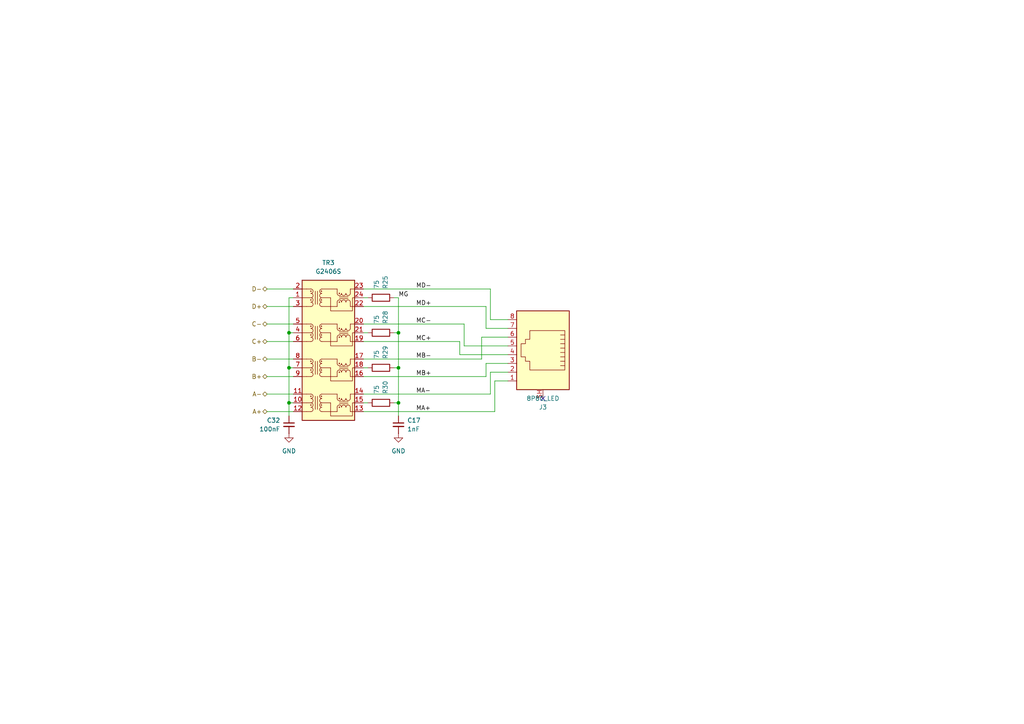
<source format=kicad_sch>
(kicad_sch (version 20231120) (generator "eeschema") (generator_version "8.0")
  (paper "A4")
  (lib_symbols
    (symbol "Connector:8P8C_Shielded" (pin_names (offset 1.016))
      (property "Reference" "J" (at -5.08 13.97 0))
      (property "Value" "8P8C_Shielded" (at 2.54 13.97 0))
      (symbol "8P8C_Shielded_0_1"
        (polyline (pts (xy -5.08 4.445) (xy -6.35 4.445)))
        (polyline (pts (xy -5.08 5.715) (xy -6.35 5.715)))
        (polyline (pts (xy -6.35 -3.175) (xy -5.08 -3.175) (xy -5.08 -3.175)))
        (polyline (pts (xy -6.35 -1.905) (xy -5.08 -1.905) (xy -5.08 -1.905)))
        (polyline (pts (xy -6.35 -0.635) (xy -5.08 -0.635) (xy -5.08 -0.635)))
        (polyline (pts (xy -6.35 0.635) (xy -5.08 0.635) (xy -5.08 0.635)))
        (polyline (pts (xy -6.35 1.905) (xy -5.08 1.905) (xy -5.08 1.905)))
        (polyline (pts (xy -5.08 3.175) (xy -6.35 3.175) (xy -6.35 3.175)))
        (polyline (pts (xy -6.35 -4.445) (xy -6.35 6.985) (xy 3.81 6.985) (xy 3.81 4.445) (xy 5.08 4.445) (xy 5.08 3.175) (xy 6.35 3.175) (xy 6.35 -0.635) (xy 5.08 -0.635) (xy 5.08 -1.905) (xy 3.81 -1.905) (xy 3.81 -4.445) (xy -6.35 -4.445) (xy -6.35 -4.445)))
        (rectangle (start 7.62 12.7) (end -7.62 -10.16) (stroke (width 0.254)) (fill (type background)))
      )
      (symbol "8P8C_Shielded_1_1"
        (pin passive line (at 10.16 -7.62 180) (length 2.54) (name "~") (number "1"))
        (pin passive line (at 10.16 -5.08 180) (length 2.54) (name "~") (number "2"))
        (pin passive line (at 10.16 -2.54 180) (length 2.54) (name "~") (number "3"))
        (pin passive line (at 10.16 0 180) (length 2.54) (name "~") (number "4"))
        (pin passive line (at 10.16 2.54 180) (length 2.54) (name "~") (number "5"))
        (pin passive line (at 10.16 5.08 180) (length 2.54) (name "~") (number "6"))
        (pin passive line (at 10.16 7.62 180) (length 2.54) (name "~") (number "7"))
        (pin passive line (at 10.16 10.16 180) (length 2.54) (name "~") (number "8"))
        (pin passive line (at 0 -12.7 90) (length 2.54) (name "~") (number "SH"))
      )
    )
    (symbol "Device:C_Small" (pin_numbers hide) (pin_names (offset 0.254) hide)
      (property "Reference" "C" (at 0.254 1.778 0))
      (property "Value" "C_Small" (at 0.254 -2.032 0))
      (symbol "C_Small_0_1"
        (polyline (pts (xy -1.524 -0.508) (xy 1.524 -0.508)) (stroke (width 0.3302)))
        (polyline (pts (xy -1.524 0.508) (xy 1.524 0.508)) (stroke (width 0.3048)))
      )
      (symbol "C_Small_1_1"
        (pin passive line (at 0 2.54 270) (length 2.032) (name "~") (number "1"))
        (pin passive line (at 0 -2.54 90) (length 2.032) (name "~") (number "2"))
      )
    )
    (symbol "Device:R" (pin_numbers hide) (pin_names (offset 0))
      (property "Reference" "R" (at 2.032 0 90))
      (property "Value" "R" (at 0 0 90))
      (symbol "R_0_1"
        (rectangle (start -1.016 -2.54) (end 1.016 2.54) (stroke (width 0.254)))
      )
      (symbol "R_1_1"
        (pin passive line (at 0 3.81 270) (length 1.27) (name "~") (number "1"))
        (pin passive line (at 0 -3.81 90) (length 1.27) (name "~") (number "2"))
      )
    )
    (symbol "Transformer:30F-51NL" (pin_names (offset 1.016) hide)
      (property "Reference" "TR" (at -6.35 21.59 0))
      (property "Value" "30F-51NL" (at 2.54 21.59 0))
      (symbol "30F-51NL_0_1"
        (rectangle (start -7.62 20.32) (end 7.62 -20.32) (stroke (width 0.254)) (fill (type background)))
        (polyline (pts (xy 2.54 -16.51) (xy 2.54 -17.78)))
        (polyline (pts (xy 2.54 -12.7) (xy 2.54 -13.97)))
        (polyline (pts (xy 2.54 -6.35) (xy 2.54 -7.62)))
        (polyline (pts (xy 2.54 -2.54) (xy 2.54 -3.81)))
        (polyline (pts (xy 2.54 3.81) (xy 2.54 2.54)))
        (polyline (pts (xy 2.54 7.62) (xy 2.54 6.35)))
        (polyline (pts (xy 2.54 13.97) (xy 2.54 12.7)))
        (polyline (pts (xy 2.54 17.78) (xy 2.54 16.51)))
        (polyline (pts (xy 6.35 -17.78) (xy 6.35 -16.51)))
        (polyline (pts (xy 6.35 -13.97) (xy 6.35 -12.7)))
        (polyline (pts (xy 6.35 -7.62) (xy 6.35 -6.35)))
        (polyline (pts (xy 6.35 -3.81) (xy 6.35 -2.54)))
        (polyline (pts (xy 6.35 2.54) (xy 6.35 3.81)))
        (polyline (pts (xy 6.35 6.35) (xy 6.35 7.62)))
        (polyline (pts (xy 6.35 12.7) (xy 6.35 13.97)))
        (polyline (pts (xy 6.35 16.51) (xy 6.35 17.78)))
        (polyline (pts (xy 7.62 15.24) (xy 7.62 15.24)))
        (polyline (pts (xy 0.635 -15.24) (xy 0.635 -19.05) (xy 6.985 -19.05) (xy 6.985 -15.24) (xy 7.62 -15.24)))
        (polyline (pts (xy 0.635 -5.08) (xy 0.635 -8.89) (xy 6.985 -8.89) (xy 6.985 -5.08) (xy 7.62 -5.08)))
        (polyline (pts (xy 0.635 5.08) (xy 0.635 1.27) (xy 6.985 1.27) (xy 6.985 5.08) (xy 7.62 5.08)))
        (polyline (pts (xy 0.635 15.24) (xy 0.635 11.43) (xy 6.985 11.43) (xy 6.985 15.24) (xy 7.62 15.24)))
        (pin passive line (at -10.16 15.24 0) (length 2.54) (name "CT") (number "1"))
        (pin passive line (at -10.16 -15.24 0) (length 2.54) (name "CT") (number "10"))
        (pin passive line (at -10.16 -12.7 0) (length 2.54) (name "TD4+") (number "11"))
        (pin passive line (at -10.16 -17.78 0) (length 2.54) (name "TD4-") (number "12"))
        (pin passive line (at 10.16 -17.78 180) (length 2.54) (name "MX4-") (number "13"))
        (pin passive line (at 10.16 -12.7 180) (length 2.54) (name "MX4+") (number "14"))
        (pin passive line (at 10.16 -15.24 180) (length 2.54) (name "CT") (number "15"))
        (pin passive line (at 10.16 -7.62 180) (length 2.54) (name "MX3-") (number "16"))
        (pin passive line (at 10.16 -2.54 180) (length 2.54) (name "MX3+") (number "17"))
        (pin passive line (at 10.16 -5.08 180) (length 2.54) (name "CT") (number "18"))
        (pin passive line (at 10.16 2.54 180) (length 2.54) (name "MX2-") (number "19"))
        (pin passive line (at -10.16 17.78 0) (length 2.54) (name "TD1+") (number "2"))
        (pin passive line (at 10.16 7.62 180) (length 2.54) (name "MX2+") (number "20"))
        (pin passive line (at 10.16 5.08 180) (length 2.54) (name "CT") (number "21"))
        (pin passive line (at 10.16 12.7 180) (length 2.54) (name "MX1-") (number "22"))
        (pin passive line (at 10.16 17.78 180) (length 2.54) (name "MX1+") (number "23"))
        (pin passive line (at 10.16 15.24 180) (length 2.54) (name "CT") (number "24"))
        (pin passive line (at -10.16 12.7 0) (length 2.54) (name "TD1-") (number "3"))
        (pin passive line (at -10.16 5.08 0) (length 2.54) (name "CT") (number "4"))
        (pin passive line (at -10.16 7.62 0) (length 2.54) (name "TD2+") (number "5"))
        (pin passive line (at -10.16 2.54 0) (length 2.54) (name "TD2-") (number "6"))
        (pin passive line (at -10.16 -5.08 0) (length 2.54) (name "CT") (number "7"))
        (pin passive line (at -10.16 -2.54 0) (length 2.54) (name "TD3+") (number "8"))
        (pin passive line (at -10.16 -7.62 0) (length 2.54) (name "TD3-") (number "9"))
      )
      (symbol "30F-51NL_1_1"
        (arc (start -5.08 -17.78) (mid -4.4477 -17.145) (end -5.08 -16.51))
        (arc (start -5.08 -16.51) (mid -4.4477 -15.875) (end -5.08 -15.24))
        (circle (center -5.08 -15.875) (radius 0.127))
        (arc (start -5.08 -15.24) (mid -4.4477 -14.605) (end -5.08 -13.97))
        (arc (start -5.08 -13.97) (mid -4.4477 -13.335) (end -5.08 -12.7))
        (circle (center -5.08 -13.335) (radius 0.127))
        (arc (start -5.08 -7.62) (mid -4.4477 -6.985) (end -5.08 -6.35))
        (arc (start -5.08 -6.35) (mid -4.4477 -5.715) (end -5.08 -5.08))
        (circle (center -5.08 -5.715) (radius 0.127))
        (arc (start -5.08 -5.08) (mid -4.4477 -4.445) (end -5.08 -3.81))
        (arc (start -5.08 -3.81) (mid -4.4477 -3.175) (end -5.08 -2.54))
        (circle (center -5.08 -3.175) (radius 0.127))
        (arc (start -5.08 2.54) (mid -4.4477 3.175) (end -5.08 3.81))
        (arc (start -5.08 3.81) (mid -4.4477 4.445) (end -5.08 5.08))
        (circle (center -5.08 4.445) (radius 0.127))
        (arc (start -5.08 5.08) (mid -4.4477 5.715) (end -5.08 6.35))
        (arc (start -5.08 6.35) (mid -4.4477 6.985) (end -5.08 7.62))
        (circle (center -5.08 6.985) (radius 0.127))
        (arc (start -5.08 12.7) (mid -4.4477 13.335) (end -5.08 13.97))
        (arc (start -5.08 13.97) (mid -4.4477 14.605) (end -5.08 15.24))
        (circle (center -5.08 14.605) (radius 0.127))
        (arc (start -5.08 15.24) (mid -4.4477 15.875) (end -5.08 16.51))
        (arc (start -5.08 16.51) (mid -4.4477 17.145) (end -5.08 17.78))
        (circle (center -5.08 17.145) (radius 0.127))
        (circle (center -2.032 -15.875) (radius 0.127))
        (circle (center -2.032 -13.335) (radius 0.127))
        (circle (center -2.032 -5.715) (radius 0.127))
        (circle (center -2.032 -3.175) (radius 0.127))
        (circle (center -2.032 4.445) (radius 0.127))
        (circle (center -2.032 6.985) (radius 0.127))
        (circle (center -2.032 14.605) (radius 0.127))
        (circle (center -2.032 17.145) (radius 0.127))
        (arc (start -1.905 -16.51) (mid -2.5373 -17.145) (end -1.905 -17.78))
        (arc (start -1.905 -15.24) (mid -2.5373 -15.875) (end -1.905 -16.51))
        (arc (start -1.905 -13.97) (mid -2.5373 -14.605) (end -1.905 -15.24))
        (arc (start -1.905 -12.7) (mid -2.5373 -13.335) (end -1.905 -13.97))
        (arc (start -1.905 -6.35) (mid -2.5373 -6.985) (end -1.905 -7.62))
        (arc (start -1.905 -5.08) (mid -2.5373 -5.715) (end -1.905 -6.35))
        (arc (start -1.905 -3.81) (mid -2.5373 -4.445) (end -1.905 -5.08))
        (arc (start -1.905 -2.54) (mid -2.5373 -3.175) (end -1.905 -3.81))
        (arc (start -1.905 3.81) (mid -2.5373 3.175) (end -1.905 2.54))
        (arc (start -1.905 5.08) (mid -2.5373 4.445) (end -1.905 3.81))
        (arc (start -1.905 6.35) (mid -2.5373 5.715) (end -1.905 5.08))
        (arc (start -1.905 7.62) (mid -2.5373 6.985) (end -1.905 6.35))
        (arc (start -1.905 13.97) (mid -2.5373 13.335) (end -1.905 12.7))
        (arc (start -1.905 15.24) (mid -2.5373 14.605) (end -1.905 13.97))
        (arc (start -1.905 16.51) (mid -2.5373 15.875) (end -1.905 15.24))
        (arc (start -1.905 17.78) (mid -2.5373 17.145) (end -1.905 16.51))
        (polyline (pts (xy -7.62 -17.78) (xy -6.35 -17.78)))
        (polyline (pts (xy -7.62 -15.24) (xy -6.35 -15.24)))
        (polyline (pts (xy -7.62 -12.7) (xy -6.35 -12.7)))
        (polyline (pts (xy -7.62 -7.62) (xy -6.35 -7.62)))
        (polyline (pts (xy -7.62 -5.08) (xy -6.35 -5.08)))
        (polyline (pts (xy -7.62 -2.54) (xy -6.35 -2.54)))
        (polyline (pts (xy -7.62 2.54) (xy -6.35 2.54)))
        (polyline (pts (xy -7.62 5.08) (xy -6.35 5.08)))
        (polyline (pts (xy -7.62 7.62) (xy -6.35 7.62)))
        (polyline (pts (xy -7.62 12.7) (xy -6.35 12.7)))
        (polyline (pts (xy -7.62 15.24) (xy -6.35 15.24)))
        (polyline (pts (xy -7.62 17.78) (xy -6.35 17.78)))
        (polyline (pts (xy -6.35 -17.78) (xy -5.08 -17.78)))
        (polyline (pts (xy -6.35 -15.24) (xy -5.08 -15.24)))
        (polyline (pts (xy -6.35 -12.7) (xy -5.08 -12.7)))
        (polyline (pts (xy -6.35 -7.62) (xy -5.08 -7.62)))
        (polyline (pts (xy -6.35 -5.08) (xy -5.08 -5.08)))
        (polyline (pts (xy -6.35 -2.54) (xy -5.08 -2.54)))
        (polyline (pts (xy -6.35 2.54) (xy -5.08 2.54)))
        (polyline (pts (xy -6.35 5.08) (xy -5.08 5.08)))
        (polyline (pts (xy -6.35 7.62) (xy -5.08 7.62)))
        (polyline (pts (xy -6.35 12.7) (xy -5.08 12.7)))
        (polyline (pts (xy -6.35 15.24) (xy -5.08 15.24)))
        (polyline (pts (xy -6.35 17.78) (xy -5.08 17.78)))
        (polyline (pts (xy -3.81 -17.145) (xy -3.81 -13.335)))
        (polyline (pts (xy -3.81 -6.985) (xy -3.81 -3.175)))
        (polyline (pts (xy -3.81 3.175) (xy -3.81 6.985)))
        (polyline (pts (xy -3.81 13.335) (xy -3.81 17.145)))
        (polyline (pts (xy -3.175 -17.145) (xy -3.175 -13.335)))
        (polyline (pts (xy -3.175 -6.985) (xy -3.175 -3.175)))
        (polyline (pts (xy -3.175 3.175) (xy -3.175 6.985)))
        (polyline (pts (xy -3.175 13.335) (xy -3.175 17.145)))
        (polyline (pts (xy 0.635 -15.24) (xy -1.905 -15.24)))
        (polyline (pts (xy 0.635 -5.08) (xy -1.905 -5.08)))
        (polyline (pts (xy 0.635 5.08) (xy -1.905 5.08)))
        (polyline (pts (xy 0.635 15.24) (xy -1.905 15.24)))
        (polyline (pts (xy 2.54 -17.78) (xy -1.905 -17.78)))
        (polyline (pts (xy 2.54 -12.7) (xy -1.905 -12.7)))
        (polyline (pts (xy 2.54 -7.62) (xy -1.905 -7.62)))
        (polyline (pts (xy 2.54 -2.54) (xy -1.905 -2.54)))
        (polyline (pts (xy 2.54 2.54) (xy -1.905 2.54)))
        (polyline (pts (xy 2.54 7.62) (xy -1.905 7.62)))
        (polyline (pts (xy 2.54 12.7) (xy -1.905 12.7)))
        (polyline (pts (xy 2.54 17.78) (xy -1.905 17.78)))
        (polyline (pts (xy 5.715 -15.494) (xy 3.175 -15.494)))
        (polyline (pts (xy 5.715 -14.986) (xy 3.175 -14.986)))
        (polyline (pts (xy 5.715 -5.334) (xy 3.175 -5.334)))
        (polyline (pts (xy 5.715 -4.826) (xy 3.175 -4.826)))
        (polyline (pts (xy 5.715 4.826) (xy 3.175 4.826)))
        (polyline (pts (xy 5.715 5.334) (xy 3.175 5.334)))
        (polyline (pts (xy 5.715 14.986) (xy 3.175 14.986)))
        (polyline (pts (xy 5.715 15.494) (xy 3.175 15.494)))
        (polyline (pts (xy 7.62 -17.78) (xy 6.35 -17.78)))
        (polyline (pts (xy 7.62 -12.7) (xy 6.35 -12.7)))
        (polyline (pts (xy 7.62 -7.62) (xy 6.35 -7.62)))
        (polyline (pts (xy 7.62 -2.54) (xy 6.35 -2.54)))
        (polyline (pts (xy 7.62 2.54) (xy 6.35 2.54)))
        (polyline (pts (xy 7.62 7.62) (xy 6.35 7.62)))
        (polyline (pts (xy 7.62 12.7) (xy 6.35 12.7)))
        (polyline (pts (xy 7.62 17.78) (xy 6.35 17.78)))
        (arc (start 2.54 -13.97) (mid 3.175 -14.6023) (end 3.81 -13.97))
        (arc (start 2.54 -3.81) (mid 3.175 -4.4423) (end 3.81 -3.81))
        (arc (start 2.54 6.35) (mid 3.175 5.7177) (end 3.81 6.35))
        (arc (start 2.54 16.51) (mid 3.175 15.8777) (end 3.81 16.51))
        (circle (center 3.175 -16.51) (radius 0.127))
        (circle (center 3.175 -13.97) (radius 0.127))
        (circle (center 3.175 -6.35) (radius 0.127))
        (circle (center 3.175 -3.81) (radius 0.127))
        (circle (center 3.175 3.81) (radius 0.127))
        (circle (center 3.175 6.35) (radius 0.127))
        (circle (center 3.175 13.97) (radius 0.127))
        (circle (center 3.175 16.51) (radius 0.127))
        (arc (start 3.81 -16.51) (mid 3.175 -15.8777) (end 2.54 -16.51))
        (arc (start 3.81 -13.97) (mid 4.445 -14.6023) (end 5.08 -13.97))
        (arc (start 3.81 -6.35) (mid 3.175 -5.7177) (end 2.54 -6.35))
        (arc (start 3.81 -3.81) (mid 4.445 -4.4423) (end 5.08 -3.81))
        (arc (start 3.81 3.81) (mid 3.175 4.4423) (end 2.54 3.81))
        (arc (start 3.81 6.35) (mid 4.445 5.7177) (end 5.08 6.35))
        (arc (start 3.81 13.97) (mid 3.175 14.6023) (end 2.54 13.97))
        (arc (start 3.81 16.51) (mid 4.445 15.8777) (end 5.08 16.51))
        (arc (start 5.08 -16.51) (mid 4.445 -15.8777) (end 3.81 -16.51))
        (arc (start 5.08 -13.97) (mid 5.715 -14.6023) (end 6.35 -13.97))
        (arc (start 5.08 -6.35) (mid 4.445 -5.7177) (end 3.81 -6.35))
        (arc (start 5.08 -3.81) (mid 5.715 -4.4423) (end 6.35 -3.81))
        (arc (start 5.08 3.81) (mid 4.445 4.4423) (end 3.81 3.81))
        (arc (start 5.08 6.35) (mid 5.715 5.7177) (end 6.35 6.35))
        (arc (start 5.08 13.97) (mid 4.445 14.6023) (end 3.81 13.97))
        (arc (start 5.08 16.51) (mid 5.715 15.8777) (end 6.35 16.51))
        (arc (start 6.35 -16.51) (mid 5.715 -15.8777) (end 5.08 -16.51))
        (arc (start 6.35 -6.35) (mid 5.715 -5.7177) (end 5.08 -6.35))
        (arc (start 6.35 3.81) (mid 5.715 4.4423) (end 5.08 3.81))
        (arc (start 6.35 13.97) (mid 5.715 14.6023) (end 5.08 13.97))
      )
    )
    (symbol "power:GND" (power) (pin_numbers hide) (pin_names (offset 0) hide)
      (property "Value" "GND" (at 0 -3.81 0))
      (symbol "GND_0_1"
        (polyline (pts (xy 0 0) (xy 0 -1.27) (xy 1.27 -1.27) (xy 0 -2.54) (xy -1.27 -1.27) (xy 0 -1.27)))
      )
      (symbol "GND_1_1"
        (pin power_in line (at 0 0 270) (length 0) (name "~") (number "1"))
      )
    )
  )
  (junction (at 115.57 116.84))
  (junction (at 83.82 116.84))
  (junction (at 115.57 96.52))
  (junction (at 83.82 106.68))
  (junction (at 83.82 96.52))
  (junction (at 115.57 106.68))
  (no_connect (at 157.48 115.57))
  (wire (pts (xy 105.41 106.68) (xy 106.68 106.68)))
  (wire (pts (xy 143.51 110.49) (xy 143.51 119.38)))
  (wire (pts (xy 83.82 86.36) (xy 85.09 86.36)))
  (wire (pts (xy 134.62 93.98) (xy 134.62 100.33)))
  (wire (pts (xy 139.7 97.79) (xy 139.7 104.14)))
  (wire (pts (xy 105.41 83.82) (xy 142.24 83.82)))
  (wire (pts (xy 115.57 96.52) (xy 115.57 106.68)))
  (wire (pts (xy 142.24 83.82) (xy 142.24 92.71)))
  (wire (pts (xy 114.3 96.52) (xy 115.57 96.52)))
  (wire (pts (xy 83.82 96.52) (xy 85.09 96.52)))
  (wire (pts (xy 105.41 119.38) (xy 143.51 119.38)))
  (wire (pts (xy 83.82 116.84) (xy 85.09 116.84)))
  (wire (pts (xy 142.24 107.95) (xy 142.24 114.3)))
  (wire (pts (xy 83.82 96.52) (xy 83.82 106.68)))
  (wire (pts (xy 115.57 86.36) (xy 115.57 96.52)))
  (wire (pts (xy 140.97 88.9) (xy 140.97 95.25)))
  (wire (pts (xy 142.24 107.95) (xy 147.32 107.95)))
  (wire (pts (xy 105.41 86.36) (xy 106.68 86.36)))
  (wire (pts (xy 77.47 119.38) (xy 85.09 119.38)))
  (wire (pts (xy 140.97 105.41) (xy 147.32 105.41)))
  (wire (pts (xy 105.41 104.14) (xy 139.7 104.14)))
  (wire (pts (xy 142.24 92.71) (xy 147.32 92.71)))
  (wire (pts (xy 77.47 114.3) (xy 85.09 114.3)))
  (wire (pts (xy 134.62 100.33) (xy 147.32 100.33)))
  (wire (pts (xy 83.82 106.68) (xy 85.09 106.68)))
  (wire (pts (xy 140.97 95.25) (xy 147.32 95.25)))
  (wire (pts (xy 105.41 116.84) (xy 106.68 116.84)))
  (wire (pts (xy 83.82 116.84) (xy 83.82 120.65)))
  (wire (pts (xy 77.47 83.82) (xy 85.09 83.82)))
  (wire (pts (xy 133.35 99.06) (xy 133.35 102.87)))
  (wire (pts (xy 105.41 109.22) (xy 140.97 109.22)))
  (wire (pts (xy 105.41 114.3) (xy 142.24 114.3)))
  (wire (pts (xy 105.41 99.06) (xy 133.35 99.06)))
  (wire (pts (xy 114.3 116.84) (xy 115.57 116.84)))
  (wire (pts (xy 77.47 109.22) (xy 85.09 109.22)))
  (wire (pts (xy 83.82 86.36) (xy 83.82 96.52)))
  (wire (pts (xy 77.47 104.14) (xy 85.09 104.14)))
  (wire (pts (xy 77.47 93.98) (xy 85.09 93.98)))
  (wire (pts (xy 140.97 105.41) (xy 140.97 109.22)))
  (wire (pts (xy 77.47 99.06) (xy 85.09 99.06)))
  (wire (pts (xy 77.47 88.9) (xy 85.09 88.9)))
  (wire (pts (xy 105.41 93.98) (xy 134.62 93.98)))
  (wire (pts (xy 115.57 106.68) (xy 115.57 116.84)))
  (wire (pts (xy 83.82 106.68) (xy 83.82 116.84)))
  (wire (pts (xy 115.57 116.84) (xy 115.57 120.65)))
  (wire (pts (xy 114.3 86.36) (xy 115.57 86.36)))
  (wire (pts (xy 105.41 96.52) (xy 106.68 96.52)))
  (wire (pts (xy 105.41 88.9) (xy 140.97 88.9)))
  (wire (pts (xy 139.7 97.79) (xy 147.32 97.79)))
  (wire (pts (xy 133.35 102.87) (xy 147.32 102.87)))
  (wire (pts (xy 114.3 106.68) (xy 115.57 106.68)))
  (wire (pts (xy 143.51 110.49) (xy 147.32 110.49)))
  (label "MD+" (at 120.65 88.9 0))
  (label "MC+" (at 120.65 99.06 0))
  (label "MA+" (at 120.65 119.38 0))
  (label "MC-" (at 120.65 93.98 0))
  (label "MG" (at 115.57 86.36 0))
  (label "MA-" (at 120.65 114.3 0))
  (label "MB-" (at 120.65 104.14 0))
  (label "MB+" (at 120.65 109.22 0))
  (label "MD-" (at 120.65 83.82 0))
  (hierarchical_label "D+" (shape bidirectional) (at 77.47 88.9 180))
  (hierarchical_label "C+" (shape bidirectional) (at 77.47 99.06 180))
  (hierarchical_label "D-" (shape bidirectional) (at 77.47 83.82 180))
  (hierarchical_label "A+" (shape bidirectional) (at 77.47 119.38 180))
  (hierarchical_label "C-" (shape bidirectional) (at 77.47 93.98 180))
  (hierarchical_label "A-" (shape bidirectional) (at 77.47 114.3 180))
  (hierarchical_label "B-" (shape bidirectional) (at 77.47 104.14 180))
  (hierarchical_label "B+" (shape bidirectional) (at 77.47 109.22 180))
  (symbol (lib_id "Transformer:30F-51NL") (at 95.25 101.6 0) (unit 1)
    (property "Reference" "TR3" (at 95.25 76.2 0))
    (property "Value" "G2406S" (at 95.25 78.74 0))
    (property "Footprint" "Library:G2406S" (effects (hide yes)))
    (property "Datasheet" "https://wmsc.lcsc.com/wmsc/upload/file/pdf/v2/lcsc/2303071601_CND-tek-G2406S_C507595.pdf" (effects (hide yes)))
    (property "Description" "1CT:1CT 10/100/1000 Base-T Ethernet Transformer, SMD-24" (effects (hide yes)))
    (property "LCSC" "C507595" (effects (hide yes)))
    (property "Part" "G2406S" (effects (hide yes)))
    (property "Shop" "https://www.lcsc.com/product-detail/RJ45-Transformer_CND-tek-G2406S_C507595.html" (effects (hide yes)))
    (instances (project "switch_board" (path "" (reference "TR3") (unit 1)) (path "" (reference "TR2") (unit 1)) (path "" (reference "TR5") (unit 1)) (path "" (reference "TR1") (unit 1)) (path "" (reference "TR4") (unit 1))))
  )
  (symbol (lib_id "Device:R") (at 110.49 116.84 270) (mirror x) (unit 1)
    (property "Reference" "R30" (at 111.7601 114.3 0) (effects (justify left)))
    (property "Value" "75" (at 109.2201 114.3 0) (effects (justify left)))
    (property "Footprint" "Resistor_SMD:R_0603_1608Metric" (effects (hide yes)))
    (property "Description" "Resistor" (effects (hide yes)))
    (property "LCSC" "C4275" (effects (hide yes)))
    (property "Part" "R 75Ω 125mW 1% 0603" (effects (hide yes)))
    (property "Shop" "https://store.comet.bg/Catalogue/Product/35534/" (effects (hide yes)))
    (instances (project "switch_board" (path "" (reference "R30") (unit 1)) (path "" (reference "R24") (unit 1)) (path "" (reference "R22") (unit 1)) (path "" (reference "R6") (unit 1)) (path "" (reference "R36") (unit 1))))
  )
  (symbol (lib_id "Device:R") (at 110.49 86.36 270) (mirror x) (unit 1)
    (property "Reference" "R25" (at 111.7601 83.82 0) (effects (justify left)))
    (property "Value" "75" (at 109.2201 83.82 0) (effects (justify left)))
    (property "Footprint" "Resistor_SMD:R_0603_1608Metric" (effects (hide yes)))
    (property "Description" "Resistor" (effects (hide yes)))
    (property "LCSC" "C4275" (effects (hide yes)))
    (property "Part" "R 75Ω 125mW 1% 0603" (effects (hide yes)))
    (property "Shop" "https://store.comet.bg/Catalogue/Product/35534/" (effects (hide yes)))
    (instances (project "switch_board" (path "" (reference "R25") (unit 1)) (path "" (reference "R7") (unit 1)) (path "" (reference "R17") (unit 1)) (path "" (reference "R1") (unit 1)) (path "" (reference "R31") (unit 1))))
  )
  (symbol (lib_id "power:GND") (at 115.57 125.73 0) (unit 1)
    (property "Reference" "#PWR017" (effects (hide yes)))
    (property "Value" "GND" (at 115.57 130.81 0))
    (property "Description" "Power symbol creates a global label with name \"GND\" , ground" (effects (hide yes)))
    (instances (project "switch_board" (path "" (reference "#PWR017") (unit 1)) (path "" (reference "#PWR014") (unit 1)) (path "" (reference "#PWR061") (unit 1)) (path "" (reference "#PWR011") (unit 1)) (path "" (reference "#PWR020") (unit 1))))
  )
  (symbol (lib_id "Connector:8P8C_Shielded") (at 157.48 102.87 0) (mirror y) (unit 1)
    (property "Reference" "J3" (at 157.48 118.11 0))
    (property "Value" "8P8C_LED" (at 157.48 115.57 0))
    (property "Footprint" "Library:Heling MJ88-B211-JRS3" (effects (hide yes)))
    (property "Description" "RJ connector, 8P8C (8 positions 8 connected), RJ31/RJ32/RJ33/RJ34/RJ35/RJ41/RJ45/RJ49/RJ61, Shielded" (effects (hide yes)))
    (property "LCSC" "C2895614" (effects (hide yes)))
    (property "Height" "12" (effects (hide yes)))
    (property "Part" "MJ88-B211-JRS3" (effects (hide yes)))
    (property "Shop" "https://www.lcsc.com/product-detail/Ethernet-Connectors-Modular-Connectors-RJ45-RJ11_Heling-MJ88-B211-JRS3_C2895614.html" (effects (hide yes)))
    (instances (project "switch_board" (path "" (reference "J3") (unit 1)) (path "" (reference "J2") (unit 1)) (path "" (reference "J5") (unit 1)) (path "" (reference "J1") (unit 1)) (path "" (reference "J4") (unit 1))))
  )
  (symbol (lib_id "Device:R") (at 110.49 106.68 270) (mirror x) (unit 1)
    (property "Reference" "R29" (at 111.7601 104.14 0) (effects (justify left)))
    (property "Value" "75" (at 109.2201 104.14 0) (effects (justify left)))
    (property "Footprint" "Resistor_SMD:R_0603_1608Metric" (effects (hide yes)))
    (property "Description" "Resistor" (effects (hide yes)))
    (property "LCSC" "C4275" (effects (hide yes)))
    (property "Part" "R 75Ω 125mW 1% 0603" (effects (hide yes)))
    (property "Shop" "https://store.comet.bg/Catalogue/Product/35534/" (effects (hide yes)))
    (instances (project "switch_board" (path "" (reference "R29") (unit 1)) (path "" (reference "R23") (unit 1)) (path "" (reference "R21") (unit 1)) (path "" (reference "R5") (unit 1)) (path "" (reference "R35") (unit 1))))
  )
  (symbol (lib_id "Device:C_Small") (at 83.82 123.19 0) (mirror y) (unit 1)
    (property "Reference" "C32" (at 81.28 121.9262 0) (effects (justify left)))
    (property "Value" "100nF" (at 81.28 124.4662 0) (effects (justify left)))
    (property "Footprint" "Capacitor_SMD:C_0603_1608Metric" (effects (hide yes)))
    (property "Description" "Unpolarized capacitor, small symbol" (effects (hide yes)))
    (property "LCSC" "C14663" (effects (hide yes)))
    (property "Part" "C 100nF 16V 0603" (effects (hide yes)))
    (property "Shop" "https://store.comet.bg/Catalogue/Product/38000/" (effects (hide yes)))
    (instances (project "switch_board" (path "" (reference "C32") (unit 1)) (path "" (reference "C31") (unit 1)) (path "" (reference "C29") (unit 1)) (path "" (reference "C30") (unit 1)) (path "" (reference "C33") (unit 1))))
  )
  (symbol (lib_id "Device:R") (at 110.49 96.52 270) (mirror x) (unit 1)
    (property "Reference" "R28" (at 111.7601 93.98 0) (effects (justify left)))
    (property "Value" "75" (at 109.2201 93.98 0) (effects (justify left)))
    (property "Footprint" "Resistor_SMD:R_0603_1608Metric" (effects (hide yes)))
    (property "Description" "Resistor" (effects (hide yes)))
    (property "LCSC" "C4275" (effects (hide yes)))
    (property "Part" "R 75Ω 125mW 1% 0603" (effects (hide yes)))
    (property "Shop" "https://store.comet.bg/Catalogue/Product/35534/" (effects (hide yes)))
    (instances (project "switch_board" (path "" (reference "R28") (unit 1)) (path "" (reference "R10") (unit 1)) (path "" (reference "R20") (unit 1)) (path "" (reference "R4") (unit 1)) (path "" (reference "R34") (unit 1))))
  )
  (symbol (lib_id "Device:C_Small") (at 115.57 123.19 0) (unit 1)
    (property "Reference" "C17" (at 118.11 121.9262 0) (effects (justify left)))
    (property "Value" "1nF" (at 118.11 124.4662 0) (effects (justify left)))
    (property "Footprint" "Capacitor_SMD:C_0603_1608Metric" (effects (hide yes)))
    (property "Description" "Unpolarized capacitor, small symbol" (effects (hide yes)))
    (property "LCSC" "C1588" (effects (hide yes)))
    (property "Part" "C 1nF 16V 0603" (effects (hide yes)))
    (property "Shop" "https://store.comet.bg/Catalogue/Product/6036/" (effects (hide yes)))
    (instances (project "switch_board" (path "" (reference "C17") (unit 1)) (path "" (reference "C16") (unit 1)) (path "" (reference "C14") (unit 1)) (path "" (reference "C15") (unit 1)) (path "" (reference "C18") (unit 1))))
  )
  (symbol (lib_id "power:GND") (at 83.82 125.73 0) (unit 1)
    (property "Reference" "#PWR019" (effects (hide yes)))
    (property "Value" "GND" (at 83.82 130.81 0))
    (property "Description" "Power symbol creates a global label with name \"GND\" , ground" (effects (hide yes)))
    (instances (project "switch_board" (path "" (reference "#PWR019") (unit 1)) (path "" (reference "#PWR016") (unit 1)) (path "" (reference "#PWR010") (unit 1)) (path "" (reference "#PWR013") (unit 1)) (path "" (reference "#PWR060") (unit 1))))
  )
)
</source>
